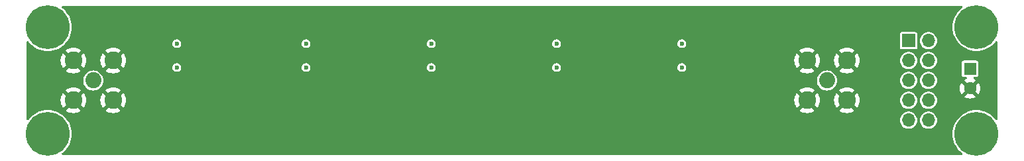
<source format=gbr>
%TF.GenerationSoftware,KiCad,Pcbnew,8.0.1*%
%TF.CreationDate,2024-05-04T10:24:18+02:00*%
%TF.ProjectId,Marconi_2955_Step_Attenuator,4d617263-6f6e-4695-9f32-3935355f5374,rev?*%
%TF.SameCoordinates,Original*%
%TF.FileFunction,Copper,L2,Inr*%
%TF.FilePolarity,Positive*%
%FSLAX46Y46*%
G04 Gerber Fmt 4.6, Leading zero omitted, Abs format (unit mm)*
G04 Created by KiCad (PCBNEW 8.0.1) date 2024-05-04 10:24:18*
%MOMM*%
%LPD*%
G01*
G04 APERTURE LIST*
%TA.AperFunction,ComponentPad*%
%ADD10C,5.600000*%
%TD*%
%TA.AperFunction,ComponentPad*%
%ADD11C,2.250000*%
%TD*%
%TA.AperFunction,ComponentPad*%
%ADD12C,2.050000*%
%TD*%
%TA.AperFunction,ComponentPad*%
%ADD13R,1.600000X1.600000*%
%TD*%
%TA.AperFunction,ComponentPad*%
%ADD14C,1.600000*%
%TD*%
%TA.AperFunction,ComponentPad*%
%ADD15R,1.700000X1.700000*%
%TD*%
%TA.AperFunction,ComponentPad*%
%ADD16O,1.700000X1.700000*%
%TD*%
%TA.AperFunction,ViaPad*%
%ADD17C,0.600000*%
%TD*%
G04 APERTURE END LIST*
D10*
%TO.N,N/C*%
%TO.C,REF\u002A\u002A*%
X105181400Y-34467800D03*
%TD*%
%TO.N,N/C*%
%TO.C,REF\u002A\u002A*%
X105181400Y-48107600D03*
%TD*%
%TO.N,N/C*%
%TO.C,REF\u002A\u002A*%
X223824800Y-48107600D03*
%TD*%
%TO.N,N/C*%
%TO.C,REF\u002A\u002A*%
X223824800Y-34442400D03*
%TD*%
D11*
%TO.N,GND*%
%TO.C,OUT*%
X113538000Y-43820000D03*
X113538000Y-38740000D03*
X108458000Y-43820000D03*
X108458000Y-38740000D03*
D12*
%TO.N,Net-(J1-In)*%
X110998000Y-41280000D03*
%TD*%
D13*
%TO.N,+5V*%
%TO.C,C27*%
X223000000Y-39780000D03*
D14*
%TO.N,GND*%
X223000000Y-42280000D03*
%TD*%
D12*
%TO.N,Net-(J2-In)*%
%TO.C,IN*%
X204724000Y-41280000D03*
D11*
%TO.N,GND*%
X202184000Y-38740000D03*
X202184000Y-43820000D03*
X207264000Y-38740000D03*
X207264000Y-43820000D03*
%TD*%
D15*
%TO.N,unconnected-(J3-Pin_1-Pad1)*%
%TO.C,PM3*%
X215138000Y-36195000D03*
D16*
%TO.N,+5V*%
X217678000Y-36195000D03*
%TO.N,Net-(J3-Pin_3)*%
X215138000Y-38735000D03*
%TO.N,+5V*%
X217678000Y-38735000D03*
%TO.N,unconnected-(J3-Pin_5-Pad5)*%
X215138000Y-41275000D03*
%TO.N,+5V*%
X217678000Y-41275000D03*
%TO.N,Net-(J3-Pin_7)*%
X215138000Y-43815000D03*
%TO.N,unconnected-(J3-Pin_8-Pad8)*%
X217678000Y-43815000D03*
%TO.N,unconnected-(J3-Pin_9-Pad9)*%
X215138000Y-46355000D03*
%TO.N,Net-(J3-Pin_10)*%
X217678000Y-46355000D03*
%TD*%
D17*
%TO.N,GND*%
X126502000Y-46482000D03*
X124724000Y-46482000D03*
X173238000Y-41148000D03*
X184668000Y-39624000D03*
X140980000Y-46482000D03*
X136662000Y-39624000D03*
X175016000Y-46482000D03*
X173238000Y-46482000D03*
X120152000Y-39624000D03*
X122946000Y-46482000D03*
X189494000Y-46482000D03*
X155458000Y-46482000D03*
X152664000Y-39624000D03*
X159014000Y-46482000D03*
X191272000Y-46482000D03*
X171460000Y-46482000D03*
X157236000Y-46482000D03*
X141234000Y-41148000D03*
X139202000Y-46482000D03*
X187716000Y-46482000D03*
X168666000Y-39624000D03*
X157236000Y-41148000D03*
X189240000Y-41148000D03*
X142758000Y-46482000D03*
X124724000Y-41148000D03*
%TO.N,+5V*%
X186192000Y-39624000D03*
X121676000Y-36576000D03*
X138186000Y-39624000D03*
X154188000Y-39624000D03*
X186192000Y-36576000D03*
X170190000Y-36576000D03*
X121676000Y-39624000D03*
X170190000Y-39624000D03*
X138186000Y-36576000D03*
X154188000Y-36576000D03*
%TD*%
%TA.AperFunction,Conductor*%
%TO.N,GND*%
G36*
X221982831Y-31800185D02*
G01*
X222028586Y-31852989D01*
X222038530Y-31922147D01*
X222009505Y-31985703D01*
X221987549Y-32005627D01*
X221962383Y-32023483D01*
X221919840Y-32053669D01*
X221664373Y-32281970D01*
X221664370Y-32281973D01*
X221436069Y-32537440D01*
X221237798Y-32816878D01*
X221072063Y-33116753D01*
X220940946Y-33433299D01*
X220846097Y-33762524D01*
X220846095Y-33762533D01*
X220788705Y-34100306D01*
X220788703Y-34100318D01*
X220769493Y-34442400D01*
X220788703Y-34784481D01*
X220788705Y-34784493D01*
X220846095Y-35122266D01*
X220846097Y-35122275D01*
X220870118Y-35205652D01*
X220940947Y-35451504D01*
X221072064Y-35768048D01*
X221150100Y-35909243D01*
X221237798Y-36067921D01*
X221436069Y-36347359D01*
X221664370Y-36602826D01*
X221664373Y-36602829D01*
X221919840Y-36831130D01*
X221919846Y-36831134D01*
X221919847Y-36831135D01*
X222199279Y-37029402D01*
X222499152Y-37195136D01*
X222815696Y-37326253D01*
X223144930Y-37421104D01*
X223482714Y-37478496D01*
X223824800Y-37497707D01*
X224166886Y-37478496D01*
X224504670Y-37421104D01*
X224833904Y-37326253D01*
X225150448Y-37195136D01*
X225450321Y-37029402D01*
X225729753Y-36831135D01*
X225985228Y-36602828D01*
X226213535Y-36347353D01*
X226274371Y-36261611D01*
X226329218Y-36218329D01*
X226398760Y-36211569D01*
X226460917Y-36243479D01*
X226495955Y-36303929D01*
X226499500Y-36333368D01*
X226499500Y-46216631D01*
X226479815Y-46283670D01*
X226427011Y-46329425D01*
X226357853Y-46339369D01*
X226294297Y-46310344D01*
X226274371Y-46288386D01*
X226213537Y-46202650D01*
X226213531Y-46202642D01*
X225985229Y-45947173D01*
X225985226Y-45947170D01*
X225729759Y-45718869D01*
X225450321Y-45520598D01*
X225322627Y-45450024D01*
X225150448Y-45354864D01*
X224833904Y-45223747D01*
X224749279Y-45199366D01*
X224504675Y-45128897D01*
X224504666Y-45128895D01*
X224166893Y-45071505D01*
X224166881Y-45071503D01*
X223824800Y-45052293D01*
X223482718Y-45071503D01*
X223482706Y-45071505D01*
X223144933Y-45128895D01*
X223144924Y-45128897D01*
X222815699Y-45223746D01*
X222815696Y-45223747D01*
X222741452Y-45254500D01*
X222499153Y-45354863D01*
X222199278Y-45520598D01*
X221919840Y-45718869D01*
X221664373Y-45947170D01*
X221664370Y-45947173D01*
X221436069Y-46202640D01*
X221237798Y-46482078D01*
X221072063Y-46781953D01*
X220940946Y-47098499D01*
X220846097Y-47427724D01*
X220846095Y-47427733D01*
X220788705Y-47765506D01*
X220788703Y-47765518D01*
X220769493Y-48107600D01*
X220788703Y-48449681D01*
X220788704Y-48449686D01*
X220846096Y-48787470D01*
X220940947Y-49116704D01*
X221044908Y-49367687D01*
X221072063Y-49433246D01*
X221237798Y-49733121D01*
X221436069Y-50012559D01*
X221664370Y-50268026D01*
X221664373Y-50268029D01*
X221919842Y-50496331D01*
X221919850Y-50496337D01*
X222001640Y-50554371D01*
X222044924Y-50609218D01*
X222051684Y-50678760D01*
X222019773Y-50740917D01*
X221959324Y-50775955D01*
X221929885Y-50779500D01*
X107076315Y-50779500D01*
X107009276Y-50759815D01*
X106963521Y-50707011D01*
X106953577Y-50637853D01*
X106982602Y-50574297D01*
X107004560Y-50554371D01*
X107047809Y-50523683D01*
X107086353Y-50496335D01*
X107341828Y-50268028D01*
X107570135Y-50012553D01*
X107768402Y-49733121D01*
X107934136Y-49433248D01*
X108065253Y-49116704D01*
X108160104Y-48787470D01*
X108217496Y-48449686D01*
X108236707Y-48107600D01*
X108217496Y-47765514D01*
X108160104Y-47427730D01*
X108065253Y-47098496D01*
X107934136Y-46781952D01*
X107768402Y-46482079D01*
X107678235Y-46355000D01*
X214032785Y-46355000D01*
X214051602Y-46558082D01*
X214107417Y-46754247D01*
X214107422Y-46754260D01*
X214198327Y-46936821D01*
X214321237Y-47099581D01*
X214471958Y-47236980D01*
X214471960Y-47236982D01*
X214571141Y-47298392D01*
X214645363Y-47344348D01*
X214835544Y-47418024D01*
X215036024Y-47455500D01*
X215036026Y-47455500D01*
X215239974Y-47455500D01*
X215239976Y-47455500D01*
X215440456Y-47418024D01*
X215630637Y-47344348D01*
X215804041Y-47236981D01*
X215954764Y-47099579D01*
X216077673Y-46936821D01*
X216168582Y-46754250D01*
X216224397Y-46558083D01*
X216243215Y-46355000D01*
X216572785Y-46355000D01*
X216591602Y-46558082D01*
X216647417Y-46754247D01*
X216647422Y-46754260D01*
X216738327Y-46936821D01*
X216861237Y-47099581D01*
X217011958Y-47236980D01*
X217011960Y-47236982D01*
X217111141Y-47298392D01*
X217185363Y-47344348D01*
X217375544Y-47418024D01*
X217576024Y-47455500D01*
X217576026Y-47455500D01*
X217779974Y-47455500D01*
X217779976Y-47455500D01*
X217980456Y-47418024D01*
X218170637Y-47344348D01*
X218344041Y-47236981D01*
X218494764Y-47099579D01*
X218617673Y-46936821D01*
X218708582Y-46754250D01*
X218764397Y-46558083D01*
X218783215Y-46355000D01*
X218777042Y-46288386D01*
X218764397Y-46151917D01*
X218708582Y-45955750D01*
X218704311Y-45947173D01*
X218664272Y-45866764D01*
X218617673Y-45773179D01*
X218494764Y-45610421D01*
X218494762Y-45610418D01*
X218344041Y-45473019D01*
X218344039Y-45473017D01*
X218170642Y-45365655D01*
X218170635Y-45365651D01*
X218075546Y-45328814D01*
X217980456Y-45291976D01*
X217779976Y-45254500D01*
X217576024Y-45254500D01*
X217375544Y-45291976D01*
X217375541Y-45291976D01*
X217375541Y-45291977D01*
X217185364Y-45365651D01*
X217185357Y-45365655D01*
X217011960Y-45473017D01*
X217011958Y-45473019D01*
X216861237Y-45610418D01*
X216738327Y-45773178D01*
X216647422Y-45955739D01*
X216647417Y-45955752D01*
X216591602Y-46151917D01*
X216572785Y-46354999D01*
X216572785Y-46355000D01*
X216243215Y-46355000D01*
X216237042Y-46288386D01*
X216224397Y-46151917D01*
X216168582Y-45955750D01*
X216164311Y-45947173D01*
X216124272Y-45866764D01*
X216077673Y-45773179D01*
X215954764Y-45610421D01*
X215954762Y-45610418D01*
X215804041Y-45473019D01*
X215804039Y-45473017D01*
X215630642Y-45365655D01*
X215630635Y-45365651D01*
X215535546Y-45328814D01*
X215440456Y-45291976D01*
X215239976Y-45254500D01*
X215036024Y-45254500D01*
X214835544Y-45291976D01*
X214835541Y-45291976D01*
X214835541Y-45291977D01*
X214645364Y-45365651D01*
X214645357Y-45365655D01*
X214471960Y-45473017D01*
X214471958Y-45473019D01*
X214321237Y-45610418D01*
X214198327Y-45773178D01*
X214107422Y-45955739D01*
X214107417Y-45955752D01*
X214051602Y-46151917D01*
X214032785Y-46354999D01*
X214032785Y-46355000D01*
X107678235Y-46355000D01*
X107570135Y-46202647D01*
X107570131Y-46202642D01*
X107570130Y-46202640D01*
X107341829Y-45947173D01*
X107341826Y-45947170D01*
X107086359Y-45718869D01*
X106806921Y-45520598D01*
X106679227Y-45450024D01*
X106507048Y-45354864D01*
X106190504Y-45223747D01*
X106105879Y-45199366D01*
X105861275Y-45128897D01*
X105861266Y-45128895D01*
X105523493Y-45071505D01*
X105523481Y-45071503D01*
X105181400Y-45052293D01*
X104839318Y-45071503D01*
X104839306Y-45071505D01*
X104501533Y-45128895D01*
X104501524Y-45128897D01*
X104172299Y-45223746D01*
X104172296Y-45223747D01*
X104098052Y-45254500D01*
X103855753Y-45354863D01*
X103555878Y-45520598D01*
X103276440Y-45718869D01*
X103020973Y-45947170D01*
X103020970Y-45947173D01*
X102792668Y-46202642D01*
X102792662Y-46202650D01*
X102725629Y-46297124D01*
X102670782Y-46340408D01*
X102601240Y-46347168D01*
X102539083Y-46315257D01*
X102504045Y-46254808D01*
X102500500Y-46225369D01*
X102500500Y-43820000D01*
X106827975Y-43820000D01*
X106848042Y-44074989D01*
X106907752Y-44323702D01*
X107005634Y-44560012D01*
X107005636Y-44560015D01*
X107139277Y-44778098D01*
X107139284Y-44778107D01*
X107142533Y-44781912D01*
X107703884Y-44220560D01*
X107704740Y-44222626D01*
X107797762Y-44361844D01*
X107916156Y-44480238D01*
X108055374Y-44573260D01*
X108057437Y-44574114D01*
X107496087Y-45135465D01*
X107499897Y-45138719D01*
X107717984Y-45272363D01*
X107717987Y-45272365D01*
X107954297Y-45370247D01*
X108203011Y-45429957D01*
X108203010Y-45429957D01*
X108458000Y-45450024D01*
X108712989Y-45429957D01*
X108961702Y-45370247D01*
X109198012Y-45272365D01*
X109198015Y-45272363D01*
X109416095Y-45138724D01*
X109416110Y-45138713D01*
X109419911Y-45135466D01*
X109419911Y-45135464D01*
X108858562Y-44574114D01*
X108860626Y-44573260D01*
X108999844Y-44480238D01*
X109118238Y-44361844D01*
X109211260Y-44222626D01*
X109212114Y-44220561D01*
X109773464Y-44781911D01*
X109773466Y-44781911D01*
X109776713Y-44778110D01*
X109776724Y-44778095D01*
X109910363Y-44560015D01*
X109910365Y-44560012D01*
X110008247Y-44323702D01*
X110067957Y-44074989D01*
X110088024Y-43820000D01*
X111907975Y-43820000D01*
X111928042Y-44074989D01*
X111987752Y-44323702D01*
X112085634Y-44560012D01*
X112085636Y-44560015D01*
X112219277Y-44778098D01*
X112219284Y-44778107D01*
X112222533Y-44781912D01*
X112783884Y-44220560D01*
X112784740Y-44222626D01*
X112877762Y-44361844D01*
X112996156Y-44480238D01*
X113135374Y-44573260D01*
X113137437Y-44574114D01*
X112576087Y-45135465D01*
X112579897Y-45138719D01*
X112797984Y-45272363D01*
X112797987Y-45272365D01*
X113034297Y-45370247D01*
X113283011Y-45429957D01*
X113283010Y-45429957D01*
X113538000Y-45450024D01*
X113792989Y-45429957D01*
X114041702Y-45370247D01*
X114278012Y-45272365D01*
X114278015Y-45272363D01*
X114496095Y-45138724D01*
X114496110Y-45138713D01*
X114499911Y-45135466D01*
X114499911Y-45135464D01*
X113938562Y-44574114D01*
X113940626Y-44573260D01*
X114079844Y-44480238D01*
X114198238Y-44361844D01*
X114291260Y-44222626D01*
X114292114Y-44220561D01*
X114853464Y-44781911D01*
X114853466Y-44781911D01*
X114856713Y-44778110D01*
X114856724Y-44778095D01*
X114990363Y-44560015D01*
X114990365Y-44560012D01*
X115088247Y-44323702D01*
X115147957Y-44074989D01*
X115168024Y-43820000D01*
X200553975Y-43820000D01*
X200574042Y-44074989D01*
X200633752Y-44323702D01*
X200731634Y-44560012D01*
X200731636Y-44560015D01*
X200865277Y-44778098D01*
X200865284Y-44778107D01*
X200868533Y-44781912D01*
X201429884Y-44220560D01*
X201430740Y-44222626D01*
X201523762Y-44361844D01*
X201642156Y-44480238D01*
X201781374Y-44573260D01*
X201783437Y-44574114D01*
X201222087Y-45135465D01*
X201225897Y-45138719D01*
X201443984Y-45272363D01*
X201443987Y-45272365D01*
X201680297Y-45370247D01*
X201929011Y-45429957D01*
X201929010Y-45429957D01*
X202184000Y-45450024D01*
X202438989Y-45429957D01*
X202687702Y-45370247D01*
X202924012Y-45272365D01*
X202924015Y-45272363D01*
X203142095Y-45138724D01*
X203142110Y-45138713D01*
X203145911Y-45135466D01*
X203145911Y-45135464D01*
X202584562Y-44574114D01*
X202586626Y-44573260D01*
X202725844Y-44480238D01*
X202844238Y-44361844D01*
X202937260Y-44222626D01*
X202938114Y-44220562D01*
X203499464Y-44781911D01*
X203499466Y-44781911D01*
X203502713Y-44778110D01*
X203502724Y-44778095D01*
X203636363Y-44560015D01*
X203636365Y-44560012D01*
X203734247Y-44323702D01*
X203793957Y-44074989D01*
X203814024Y-43820000D01*
X205633975Y-43820000D01*
X205654042Y-44074989D01*
X205713752Y-44323702D01*
X205811634Y-44560012D01*
X205811636Y-44560015D01*
X205945277Y-44778098D01*
X205945284Y-44778107D01*
X205948533Y-44781912D01*
X206509884Y-44220560D01*
X206510740Y-44222626D01*
X206603762Y-44361844D01*
X206722156Y-44480238D01*
X206861374Y-44573260D01*
X206863437Y-44574114D01*
X206302087Y-45135465D01*
X206305897Y-45138719D01*
X206523984Y-45272363D01*
X206523987Y-45272365D01*
X206760297Y-45370247D01*
X207009011Y-45429957D01*
X207009010Y-45429957D01*
X207264000Y-45450024D01*
X207518989Y-45429957D01*
X207767702Y-45370247D01*
X208004012Y-45272365D01*
X208004015Y-45272363D01*
X208222095Y-45138724D01*
X208222110Y-45138713D01*
X208225911Y-45135466D01*
X208225911Y-45135464D01*
X207664562Y-44574114D01*
X207666626Y-44573260D01*
X207805844Y-44480238D01*
X207924238Y-44361844D01*
X208017260Y-44222626D01*
X208018114Y-44220562D01*
X208579464Y-44781911D01*
X208579466Y-44781911D01*
X208582713Y-44778110D01*
X208582724Y-44778095D01*
X208716363Y-44560015D01*
X208716365Y-44560012D01*
X208814247Y-44323702D01*
X208873957Y-44074989D01*
X208894024Y-43820000D01*
X208893631Y-43815000D01*
X214032785Y-43815000D01*
X214051602Y-44018082D01*
X214107417Y-44214247D01*
X214107422Y-44214260D01*
X214198327Y-44396821D01*
X214321237Y-44559581D01*
X214471958Y-44696980D01*
X214471960Y-44696982D01*
X214571141Y-44758392D01*
X214645363Y-44804348D01*
X214835544Y-44878024D01*
X215036024Y-44915500D01*
X215036026Y-44915500D01*
X215239974Y-44915500D01*
X215239976Y-44915500D01*
X215440456Y-44878024D01*
X215630637Y-44804348D01*
X215804041Y-44696981D01*
X215954764Y-44559579D01*
X216077673Y-44396821D01*
X216168582Y-44214250D01*
X216224397Y-44018083D01*
X216243215Y-43815000D01*
X216572785Y-43815000D01*
X216591602Y-44018082D01*
X216647417Y-44214247D01*
X216647422Y-44214260D01*
X216738327Y-44396821D01*
X216861237Y-44559581D01*
X217011958Y-44696980D01*
X217011960Y-44696982D01*
X217111141Y-44758392D01*
X217185363Y-44804348D01*
X217375544Y-44878024D01*
X217576024Y-44915500D01*
X217576026Y-44915500D01*
X217779974Y-44915500D01*
X217779976Y-44915500D01*
X217980456Y-44878024D01*
X218170637Y-44804348D01*
X218344041Y-44696981D01*
X218494764Y-44559579D01*
X218617673Y-44396821D01*
X218708582Y-44214250D01*
X218764397Y-44018083D01*
X218783215Y-43815000D01*
X218764397Y-43611917D01*
X218708582Y-43415750D01*
X218680336Y-43359025D01*
X218659061Y-43316297D01*
X218617673Y-43233179D01*
X218494764Y-43070421D01*
X218494762Y-43070418D01*
X218344041Y-42933019D01*
X218344039Y-42933017D01*
X218170642Y-42825655D01*
X218170635Y-42825651D01*
X218075546Y-42788814D01*
X217980456Y-42751976D01*
X217779976Y-42714500D01*
X217576024Y-42714500D01*
X217375544Y-42751976D01*
X217375541Y-42751976D01*
X217375541Y-42751977D01*
X217185364Y-42825651D01*
X217185357Y-42825655D01*
X217011960Y-42933017D01*
X217011958Y-42933019D01*
X216861237Y-43070418D01*
X216738327Y-43233178D01*
X216647422Y-43415739D01*
X216647417Y-43415752D01*
X216591602Y-43611917D01*
X216572785Y-43814999D01*
X216572785Y-43815000D01*
X216243215Y-43815000D01*
X216224397Y-43611917D01*
X216168582Y-43415750D01*
X216140336Y-43359025D01*
X216119061Y-43316297D01*
X216077673Y-43233179D01*
X215954764Y-43070421D01*
X215954762Y-43070418D01*
X215804041Y-42933019D01*
X215804039Y-42933017D01*
X215630642Y-42825655D01*
X215630635Y-42825651D01*
X215535546Y-42788814D01*
X215440456Y-42751976D01*
X215239976Y-42714500D01*
X215036024Y-42714500D01*
X214835544Y-42751976D01*
X214835541Y-42751976D01*
X214835541Y-42751977D01*
X214645364Y-42825651D01*
X214645357Y-42825655D01*
X214471960Y-42933017D01*
X214471958Y-42933019D01*
X214321237Y-43070418D01*
X214198327Y-43233178D01*
X214107422Y-43415739D01*
X214107417Y-43415752D01*
X214051602Y-43611917D01*
X214032785Y-43814999D01*
X214032785Y-43815000D01*
X208893631Y-43815000D01*
X208873957Y-43565010D01*
X208814247Y-43316297D01*
X208716365Y-43079987D01*
X208716363Y-43079984D01*
X208582719Y-42861897D01*
X208579465Y-42858087D01*
X208018114Y-43419437D01*
X208017260Y-43417374D01*
X207924238Y-43278156D01*
X207805844Y-43159762D01*
X207666626Y-43066740D01*
X207664561Y-43065884D01*
X208225912Y-42504533D01*
X208222107Y-42501284D01*
X208222096Y-42501276D01*
X208004015Y-42367636D01*
X208004012Y-42367634D01*
X207767702Y-42269752D01*
X207518988Y-42210042D01*
X207518989Y-42210042D01*
X207264000Y-42189975D01*
X207009010Y-42210042D01*
X206760297Y-42269752D01*
X206523987Y-42367634D01*
X206523984Y-42367636D01*
X206305893Y-42501282D01*
X206302086Y-42504532D01*
X206863438Y-43065884D01*
X206861374Y-43066740D01*
X206722156Y-43159762D01*
X206603762Y-43278156D01*
X206510740Y-43417374D01*
X206509884Y-43419438D01*
X205948532Y-42858086D01*
X205945282Y-42861893D01*
X205811636Y-43079984D01*
X205811634Y-43079987D01*
X205713752Y-43316297D01*
X205654042Y-43565010D01*
X205633975Y-43820000D01*
X203814024Y-43820000D01*
X203793957Y-43565010D01*
X203734247Y-43316297D01*
X203636365Y-43079987D01*
X203636363Y-43079984D01*
X203502719Y-42861897D01*
X203499465Y-42858087D01*
X202938114Y-43419437D01*
X202937260Y-43417374D01*
X202844238Y-43278156D01*
X202725844Y-43159762D01*
X202586626Y-43066740D01*
X202584561Y-43065884D01*
X203145912Y-42504533D01*
X203142107Y-42501284D01*
X203142096Y-42501276D01*
X202924015Y-42367636D01*
X202924012Y-42367634D01*
X202687702Y-42269752D01*
X202438988Y-42210042D01*
X202438989Y-42210042D01*
X202184000Y-42189975D01*
X201929010Y-42210042D01*
X201680297Y-42269752D01*
X201443987Y-42367634D01*
X201443984Y-42367636D01*
X201225893Y-42501282D01*
X201222086Y-42504532D01*
X201783438Y-43065884D01*
X201781374Y-43066740D01*
X201642156Y-43159762D01*
X201523762Y-43278156D01*
X201430740Y-43417374D01*
X201429884Y-43419438D01*
X200868532Y-42858086D01*
X200865282Y-42861893D01*
X200731636Y-43079984D01*
X200731634Y-43079987D01*
X200633752Y-43316297D01*
X200574042Y-43565010D01*
X200553975Y-43820000D01*
X115168024Y-43820000D01*
X115147957Y-43565010D01*
X115088247Y-43316297D01*
X114990365Y-43079987D01*
X114990363Y-43079984D01*
X114856719Y-42861897D01*
X114853465Y-42858087D01*
X114292114Y-43419437D01*
X114291260Y-43417374D01*
X114198238Y-43278156D01*
X114079844Y-43159762D01*
X113940626Y-43066740D01*
X113938561Y-43065884D01*
X114499912Y-42504533D01*
X114496107Y-42501284D01*
X114496096Y-42501276D01*
X114278015Y-42367636D01*
X114278012Y-42367634D01*
X114041702Y-42269752D01*
X113792988Y-42210042D01*
X113792989Y-42210042D01*
X113538000Y-42189975D01*
X113283010Y-42210042D01*
X113034297Y-42269752D01*
X112797987Y-42367634D01*
X112797984Y-42367636D01*
X112579893Y-42501282D01*
X112576086Y-42504532D01*
X113137438Y-43065884D01*
X113135374Y-43066740D01*
X112996156Y-43159762D01*
X112877762Y-43278156D01*
X112784740Y-43417374D01*
X112783884Y-43419438D01*
X112222532Y-42858086D01*
X112219282Y-42861893D01*
X112085636Y-43079984D01*
X112085634Y-43079987D01*
X111987752Y-43316297D01*
X111928042Y-43565010D01*
X111907975Y-43820000D01*
X110088024Y-43820000D01*
X110067957Y-43565010D01*
X110008247Y-43316297D01*
X109910365Y-43079987D01*
X109910363Y-43079984D01*
X109776719Y-42861897D01*
X109773465Y-42858087D01*
X109212114Y-43419437D01*
X109211260Y-43417374D01*
X109118238Y-43278156D01*
X108999844Y-43159762D01*
X108860626Y-43066740D01*
X108858561Y-43065884D01*
X109419912Y-42504533D01*
X109416107Y-42501284D01*
X109416096Y-42501276D01*
X109198015Y-42367636D01*
X109198012Y-42367634D01*
X108961702Y-42269752D01*
X108712988Y-42210042D01*
X108712989Y-42210042D01*
X108458000Y-42189975D01*
X108203010Y-42210042D01*
X107954297Y-42269752D01*
X107717987Y-42367634D01*
X107717984Y-42367636D01*
X107499893Y-42501282D01*
X107496086Y-42504532D01*
X108057438Y-43065884D01*
X108055374Y-43066740D01*
X107916156Y-43159762D01*
X107797762Y-43278156D01*
X107704740Y-43417374D01*
X107703884Y-43419438D01*
X107142532Y-42858086D01*
X107139282Y-42861893D01*
X107005636Y-43079984D01*
X107005634Y-43079987D01*
X106907752Y-43316297D01*
X106848042Y-43565010D01*
X106827975Y-43820000D01*
X102500500Y-43820000D01*
X102500500Y-41280000D01*
X109717628Y-41280000D01*
X109737079Y-41502329D01*
X109737081Y-41502339D01*
X109794841Y-41717905D01*
X109794843Y-41717909D01*
X109794844Y-41717913D01*
X109889165Y-41920186D01*
X110017178Y-42103007D01*
X110174993Y-42260822D01*
X110357814Y-42388835D01*
X110560087Y-42483156D01*
X110775666Y-42540920D01*
X110953533Y-42556481D01*
X110997999Y-42560372D01*
X110998000Y-42560372D01*
X110998001Y-42560372D01*
X111035055Y-42557130D01*
X111220334Y-42540920D01*
X111435913Y-42483156D01*
X111638186Y-42388835D01*
X111821007Y-42260822D01*
X111978822Y-42103007D01*
X112106835Y-41920186D01*
X112201156Y-41717913D01*
X112258920Y-41502334D01*
X112278372Y-41280000D01*
X203443628Y-41280000D01*
X203463079Y-41502329D01*
X203463081Y-41502339D01*
X203520841Y-41717905D01*
X203520843Y-41717909D01*
X203520844Y-41717913D01*
X203615165Y-41920186D01*
X203743178Y-42103007D01*
X203900993Y-42260822D01*
X204083814Y-42388835D01*
X204286087Y-42483156D01*
X204501666Y-42540920D01*
X204679533Y-42556481D01*
X204723999Y-42560372D01*
X204724000Y-42560372D01*
X204724001Y-42560372D01*
X204761055Y-42557130D01*
X204946334Y-42540920D01*
X205161913Y-42483156D01*
X205364186Y-42388835D01*
X205547007Y-42260822D01*
X205704822Y-42103007D01*
X205832835Y-41920186D01*
X205927156Y-41717913D01*
X205984920Y-41502334D01*
X206004372Y-41280000D01*
X206003934Y-41275000D01*
X214032785Y-41275000D01*
X214051602Y-41478082D01*
X214107417Y-41674247D01*
X214107422Y-41674260D01*
X214198327Y-41856821D01*
X214321237Y-42019581D01*
X214471958Y-42156980D01*
X214471960Y-42156982D01*
X214525246Y-42189975D01*
X214645363Y-42264348D01*
X214835544Y-42338024D01*
X215036024Y-42375500D01*
X215036026Y-42375500D01*
X215239974Y-42375500D01*
X215239976Y-42375500D01*
X215440456Y-42338024D01*
X215630637Y-42264348D01*
X215804041Y-42156981D01*
X215954764Y-42019579D01*
X216077673Y-41856821D01*
X216168582Y-41674250D01*
X216224397Y-41478083D01*
X216243215Y-41275000D01*
X216572785Y-41275000D01*
X216591602Y-41478082D01*
X216647417Y-41674247D01*
X216647422Y-41674260D01*
X216738327Y-41856821D01*
X216861237Y-42019581D01*
X217011958Y-42156980D01*
X217011960Y-42156982D01*
X217065246Y-42189975D01*
X217185363Y-42264348D01*
X217375544Y-42338024D01*
X217576024Y-42375500D01*
X217576026Y-42375500D01*
X217779974Y-42375500D01*
X217779976Y-42375500D01*
X217980456Y-42338024D01*
X218130229Y-42280002D01*
X221695034Y-42280002D01*
X221714858Y-42506599D01*
X221714860Y-42506610D01*
X221773730Y-42726317D01*
X221773735Y-42726331D01*
X221869863Y-42932478D01*
X221920974Y-43005472D01*
X222600000Y-42326446D01*
X222600000Y-42332661D01*
X222627259Y-42434394D01*
X222679920Y-42525606D01*
X222754394Y-42600080D01*
X222845606Y-42652741D01*
X222947339Y-42680000D01*
X222953553Y-42680000D01*
X222274526Y-43359025D01*
X222347513Y-43410132D01*
X222347521Y-43410136D01*
X222553668Y-43506264D01*
X222553682Y-43506269D01*
X222773389Y-43565139D01*
X222773400Y-43565141D01*
X222999998Y-43584966D01*
X223000002Y-43584966D01*
X223226599Y-43565141D01*
X223226610Y-43565139D01*
X223446317Y-43506269D01*
X223446331Y-43506264D01*
X223652478Y-43410136D01*
X223725471Y-43359024D01*
X223046447Y-42680000D01*
X223052661Y-42680000D01*
X223154394Y-42652741D01*
X223245606Y-42600080D01*
X223320080Y-42525606D01*
X223372741Y-42434394D01*
X223400000Y-42332661D01*
X223400000Y-42326447D01*
X224079024Y-43005471D01*
X224130136Y-42932478D01*
X224226264Y-42726331D01*
X224226269Y-42726317D01*
X224285139Y-42506610D01*
X224285141Y-42506599D01*
X224304966Y-42280002D01*
X224304966Y-42279997D01*
X224285141Y-42053400D01*
X224285139Y-42053389D01*
X224226269Y-41833682D01*
X224226264Y-41833668D01*
X224130136Y-41627521D01*
X224130132Y-41627513D01*
X224079025Y-41554526D01*
X223400000Y-42233551D01*
X223400000Y-42227339D01*
X223372741Y-42125606D01*
X223320080Y-42034394D01*
X223245606Y-41959920D01*
X223154394Y-41907259D01*
X223052661Y-41880000D01*
X223046448Y-41880000D01*
X223725472Y-41200974D01*
X223652480Y-41149864D01*
X223474523Y-41066882D01*
X223422084Y-41020710D01*
X223402932Y-40953516D01*
X223423148Y-40886635D01*
X223476313Y-40841301D01*
X223526928Y-40830500D01*
X223824676Y-40830500D01*
X223824677Y-40830499D01*
X223897740Y-40815966D01*
X223980601Y-40760601D01*
X224035966Y-40677740D01*
X224050500Y-40604674D01*
X224050500Y-38955326D01*
X224050500Y-38955323D01*
X224050499Y-38955321D01*
X224035967Y-38882264D01*
X224035966Y-38882260D01*
X223980601Y-38799399D01*
X223897740Y-38744034D01*
X223897739Y-38744033D01*
X223897735Y-38744032D01*
X223824677Y-38729500D01*
X223824674Y-38729500D01*
X222175326Y-38729500D01*
X222175323Y-38729500D01*
X222102264Y-38744032D01*
X222102260Y-38744033D01*
X222019399Y-38799399D01*
X221964033Y-38882260D01*
X221964032Y-38882264D01*
X221949500Y-38955321D01*
X221949500Y-40604678D01*
X221964032Y-40677735D01*
X221964033Y-40677739D01*
X221964034Y-40677740D01*
X222019399Y-40760601D01*
X222102260Y-40815966D01*
X222102264Y-40815967D01*
X222175321Y-40830499D01*
X222175324Y-40830500D01*
X222473072Y-40830500D01*
X222540111Y-40850185D01*
X222585866Y-40902989D01*
X222595810Y-40972147D01*
X222566785Y-41035703D01*
X222525477Y-41066882D01*
X222347516Y-41149866D01*
X222347512Y-41149868D01*
X222274526Y-41200973D01*
X222274526Y-41200974D01*
X222953553Y-41880000D01*
X222947339Y-41880000D01*
X222845606Y-41907259D01*
X222754394Y-41959920D01*
X222679920Y-42034394D01*
X222627259Y-42125606D01*
X222600000Y-42227339D01*
X222600000Y-42233552D01*
X221920974Y-41554526D01*
X221920973Y-41554526D01*
X221869868Y-41627512D01*
X221869866Y-41627516D01*
X221773734Y-41833673D01*
X221773730Y-41833682D01*
X221714860Y-42053389D01*
X221714858Y-42053400D01*
X221695034Y-42279997D01*
X221695034Y-42280002D01*
X218130229Y-42280002D01*
X218170637Y-42264348D01*
X218344041Y-42156981D01*
X218494764Y-42019579D01*
X218617673Y-41856821D01*
X218708582Y-41674250D01*
X218764397Y-41478083D01*
X218783215Y-41275000D01*
X218764397Y-41071917D01*
X218708582Y-40875750D01*
X218695852Y-40850185D01*
X218651244Y-40760600D01*
X218617673Y-40693179D01*
X218494764Y-40530421D01*
X218494762Y-40530418D01*
X218344041Y-40393019D01*
X218344039Y-40393017D01*
X218170642Y-40285655D01*
X218170635Y-40285651D01*
X218075546Y-40248814D01*
X217980456Y-40211976D01*
X217779976Y-40174500D01*
X217576024Y-40174500D01*
X217375544Y-40211976D01*
X217375541Y-40211976D01*
X217375541Y-40211977D01*
X217185364Y-40285651D01*
X217185357Y-40285655D01*
X217011960Y-40393017D01*
X217011958Y-40393019D01*
X216861237Y-40530418D01*
X216738327Y-40693178D01*
X216647422Y-40875739D01*
X216647417Y-40875752D01*
X216591602Y-41071917D01*
X216572785Y-41274999D01*
X216572785Y-41275000D01*
X216243215Y-41275000D01*
X216224397Y-41071917D01*
X216168582Y-40875750D01*
X216155852Y-40850185D01*
X216111244Y-40760600D01*
X216077673Y-40693179D01*
X215954764Y-40530421D01*
X215954762Y-40530418D01*
X215804041Y-40393019D01*
X215804039Y-40393017D01*
X215630642Y-40285655D01*
X215630635Y-40285651D01*
X215535546Y-40248814D01*
X215440456Y-40211976D01*
X215239976Y-40174500D01*
X215036024Y-40174500D01*
X214835544Y-40211976D01*
X214835541Y-40211976D01*
X214835541Y-40211977D01*
X214645364Y-40285651D01*
X214645357Y-40285655D01*
X214471960Y-40393017D01*
X214471958Y-40393019D01*
X214321237Y-40530418D01*
X214198327Y-40693178D01*
X214107422Y-40875739D01*
X214107417Y-40875752D01*
X214051602Y-41071917D01*
X214032785Y-41274999D01*
X214032785Y-41275000D01*
X206003934Y-41275000D01*
X206003934Y-41274999D01*
X205992987Y-41149868D01*
X205984920Y-41057666D01*
X205939093Y-40886635D01*
X205927158Y-40842094D01*
X205927157Y-40842093D01*
X205927156Y-40842087D01*
X205832835Y-40639814D01*
X205704822Y-40456993D01*
X205547007Y-40299178D01*
X205364186Y-40171165D01*
X205161913Y-40076844D01*
X205161909Y-40076843D01*
X205161905Y-40076841D01*
X204946339Y-40019081D01*
X204946329Y-40019079D01*
X204724001Y-39999628D01*
X204723999Y-39999628D01*
X204501670Y-40019079D01*
X204501660Y-40019081D01*
X204286094Y-40076841D01*
X204286087Y-40076843D01*
X204286087Y-40076844D01*
X204083814Y-40171165D01*
X203900993Y-40299178D01*
X203900991Y-40299179D01*
X203900988Y-40299182D01*
X203743182Y-40456988D01*
X203615165Y-40639814D01*
X203520845Y-40842085D01*
X203520841Y-40842094D01*
X203463081Y-41057660D01*
X203463079Y-41057670D01*
X203443628Y-41279999D01*
X203443628Y-41280000D01*
X112278372Y-41280000D01*
X112277934Y-41274999D01*
X112266987Y-41149868D01*
X112258920Y-41057666D01*
X112213093Y-40886635D01*
X112201158Y-40842094D01*
X112201157Y-40842093D01*
X112201156Y-40842087D01*
X112106835Y-40639814D01*
X111978822Y-40456993D01*
X111821007Y-40299178D01*
X111638186Y-40171165D01*
X111435913Y-40076844D01*
X111435909Y-40076843D01*
X111435905Y-40076841D01*
X111220339Y-40019081D01*
X111220329Y-40019079D01*
X110998001Y-39999628D01*
X110997999Y-39999628D01*
X110775670Y-40019079D01*
X110775660Y-40019081D01*
X110560094Y-40076841D01*
X110560087Y-40076843D01*
X110560087Y-40076844D01*
X110357814Y-40171165D01*
X110174993Y-40299178D01*
X110174991Y-40299179D01*
X110174988Y-40299182D01*
X110017182Y-40456988D01*
X109889165Y-40639814D01*
X109794845Y-40842085D01*
X109794841Y-40842094D01*
X109737081Y-41057660D01*
X109737079Y-41057670D01*
X109717628Y-41279999D01*
X109717628Y-41280000D01*
X102500500Y-41280000D01*
X102500500Y-38740000D01*
X106827975Y-38740000D01*
X106848042Y-38994989D01*
X106907752Y-39243702D01*
X107005634Y-39480012D01*
X107005636Y-39480015D01*
X107139277Y-39698098D01*
X107139284Y-39698107D01*
X107142533Y-39701912D01*
X107703884Y-39140560D01*
X107704740Y-39142626D01*
X107797762Y-39281844D01*
X107916156Y-39400238D01*
X108055374Y-39493260D01*
X108057437Y-39494114D01*
X107496087Y-40055465D01*
X107499897Y-40058719D01*
X107717984Y-40192363D01*
X107717987Y-40192365D01*
X107954297Y-40290247D01*
X108203011Y-40349957D01*
X108203010Y-40349957D01*
X108458000Y-40370024D01*
X108712989Y-40349957D01*
X108961702Y-40290247D01*
X109198012Y-40192365D01*
X109198015Y-40192363D01*
X109416095Y-40058724D01*
X109416110Y-40058713D01*
X109419911Y-40055466D01*
X109419911Y-40055464D01*
X108858562Y-39494114D01*
X108860626Y-39493260D01*
X108999844Y-39400238D01*
X109118238Y-39281844D01*
X109211260Y-39142626D01*
X109212114Y-39140561D01*
X109773464Y-39701911D01*
X109773466Y-39701911D01*
X109776713Y-39698110D01*
X109776724Y-39698095D01*
X109910363Y-39480015D01*
X109910365Y-39480012D01*
X110008247Y-39243702D01*
X110067957Y-38994989D01*
X110088024Y-38740000D01*
X111907975Y-38740000D01*
X111928042Y-38994989D01*
X111987752Y-39243702D01*
X112085634Y-39480012D01*
X112085636Y-39480015D01*
X112219277Y-39698098D01*
X112219284Y-39698107D01*
X112222533Y-39701912D01*
X112783884Y-39140560D01*
X112784740Y-39142626D01*
X112877762Y-39281844D01*
X112996156Y-39400238D01*
X113135374Y-39493260D01*
X113137437Y-39494114D01*
X112576087Y-40055465D01*
X112579897Y-40058719D01*
X112797984Y-40192363D01*
X112797987Y-40192365D01*
X113034297Y-40290247D01*
X113283011Y-40349957D01*
X113283010Y-40349957D01*
X113538000Y-40370024D01*
X113792989Y-40349957D01*
X114041702Y-40290247D01*
X114278012Y-40192365D01*
X114278015Y-40192363D01*
X114496095Y-40058724D01*
X114496110Y-40058713D01*
X114499911Y-40055466D01*
X114499911Y-40055464D01*
X113938562Y-39494114D01*
X113940626Y-39493260D01*
X114079844Y-39400238D01*
X114198238Y-39281844D01*
X114291260Y-39142626D01*
X114292114Y-39140561D01*
X114853464Y-39701911D01*
X114853466Y-39701911D01*
X114856713Y-39698110D01*
X114856724Y-39698095D01*
X114902129Y-39624000D01*
X121120750Y-39624000D01*
X121131007Y-39701912D01*
X121139670Y-39767708D01*
X121139671Y-39767712D01*
X121195137Y-39901622D01*
X121195138Y-39901624D01*
X121195139Y-39901625D01*
X121283379Y-40016621D01*
X121398375Y-40104861D01*
X121532291Y-40160330D01*
X121659280Y-40177048D01*
X121675999Y-40179250D01*
X121676000Y-40179250D01*
X121676001Y-40179250D01*
X121690977Y-40177278D01*
X121819709Y-40160330D01*
X121953625Y-40104861D01*
X122068621Y-40016621D01*
X122156861Y-39901625D01*
X122212330Y-39767709D01*
X122231250Y-39624000D01*
X137630750Y-39624000D01*
X137641007Y-39701912D01*
X137649670Y-39767708D01*
X137649671Y-39767712D01*
X137705137Y-39901622D01*
X137705138Y-39901624D01*
X137705139Y-39901625D01*
X137793379Y-40016621D01*
X137908375Y-40104861D01*
X138042291Y-40160330D01*
X138169280Y-40177048D01*
X138185999Y-40179250D01*
X138186000Y-40179250D01*
X138186001Y-40179250D01*
X138200977Y-40177278D01*
X138329709Y-40160330D01*
X138463625Y-40104861D01*
X138578621Y-40016621D01*
X138666861Y-39901625D01*
X138722330Y-39767709D01*
X138741250Y-39624000D01*
X153632750Y-39624000D01*
X153643007Y-39701912D01*
X153651670Y-39767708D01*
X153651671Y-39767712D01*
X153707137Y-39901622D01*
X153707138Y-39901624D01*
X153707139Y-39901625D01*
X153795379Y-40016621D01*
X153910375Y-40104861D01*
X154044291Y-40160330D01*
X154171280Y-40177048D01*
X154187999Y-40179250D01*
X154188000Y-40179250D01*
X154188001Y-40179250D01*
X154202977Y-40177278D01*
X154331709Y-40160330D01*
X154465625Y-40104861D01*
X154580621Y-40016621D01*
X154668861Y-39901625D01*
X154724330Y-39767709D01*
X154743250Y-39624000D01*
X169634750Y-39624000D01*
X169645007Y-39701912D01*
X169653670Y-39767708D01*
X169653671Y-39767712D01*
X169709137Y-39901622D01*
X169709138Y-39901624D01*
X169709139Y-39901625D01*
X169797379Y-40016621D01*
X169912375Y-40104861D01*
X170046291Y-40160330D01*
X170173280Y-40177048D01*
X170189999Y-40179250D01*
X170190000Y-40179250D01*
X170190001Y-40179250D01*
X170204977Y-40177278D01*
X170333709Y-40160330D01*
X170467625Y-40104861D01*
X170582621Y-40016621D01*
X170670861Y-39901625D01*
X170726330Y-39767709D01*
X170745250Y-39624000D01*
X185636750Y-39624000D01*
X185647007Y-39701912D01*
X185655670Y-39767708D01*
X185655671Y-39767712D01*
X185711137Y-39901622D01*
X185711138Y-39901624D01*
X185711139Y-39901625D01*
X185799379Y-40016621D01*
X185914375Y-40104861D01*
X186048291Y-40160330D01*
X186175280Y-40177048D01*
X186191999Y-40179250D01*
X186192000Y-40179250D01*
X186192001Y-40179250D01*
X186206977Y-40177278D01*
X186335709Y-40160330D01*
X186469625Y-40104861D01*
X186584621Y-40016621D01*
X186672861Y-39901625D01*
X186728330Y-39767709D01*
X186747250Y-39624000D01*
X186728330Y-39480291D01*
X186672861Y-39346375D01*
X186584621Y-39231379D01*
X186469625Y-39143139D01*
X186469624Y-39143138D01*
X186469622Y-39143137D01*
X186335712Y-39087671D01*
X186335710Y-39087670D01*
X186335709Y-39087670D01*
X186263854Y-39078210D01*
X186192001Y-39068750D01*
X186191999Y-39068750D01*
X186048291Y-39087670D01*
X186048287Y-39087671D01*
X185914377Y-39143137D01*
X185799379Y-39231379D01*
X185711137Y-39346377D01*
X185655671Y-39480287D01*
X185655670Y-39480291D01*
X185636750Y-39624000D01*
X170745250Y-39624000D01*
X170726330Y-39480291D01*
X170670861Y-39346375D01*
X170582621Y-39231379D01*
X170467625Y-39143139D01*
X170467624Y-39143138D01*
X170467622Y-39143137D01*
X170333712Y-39087671D01*
X170333710Y-39087670D01*
X170333709Y-39087670D01*
X170261854Y-39078210D01*
X170190001Y-39068750D01*
X170189999Y-39068750D01*
X170046291Y-39087670D01*
X170046287Y-39087671D01*
X169912377Y-39143137D01*
X169797379Y-39231379D01*
X169709137Y-39346377D01*
X169653671Y-39480287D01*
X169653670Y-39480291D01*
X169634750Y-39624000D01*
X154743250Y-39624000D01*
X154724330Y-39480291D01*
X154668861Y-39346375D01*
X154580621Y-39231379D01*
X154465625Y-39143139D01*
X154465624Y-39143138D01*
X154465622Y-39143137D01*
X154331712Y-39087671D01*
X154331710Y-39087670D01*
X154331709Y-39087670D01*
X154259854Y-39078210D01*
X154188001Y-39068750D01*
X154187999Y-39068750D01*
X154044291Y-39087670D01*
X154044287Y-39087671D01*
X153910377Y-39143137D01*
X153795379Y-39231379D01*
X153707137Y-39346377D01*
X153651671Y-39480287D01*
X153651670Y-39480291D01*
X153632750Y-39624000D01*
X138741250Y-39624000D01*
X138722330Y-39480291D01*
X138666861Y-39346375D01*
X138578621Y-39231379D01*
X138463625Y-39143139D01*
X138463624Y-39143138D01*
X138463622Y-39143137D01*
X138329712Y-39087671D01*
X138329710Y-39087670D01*
X138329709Y-39087670D01*
X138257854Y-39078210D01*
X138186001Y-39068750D01*
X138185999Y-39068750D01*
X138042291Y-39087670D01*
X138042287Y-39087671D01*
X137908377Y-39143137D01*
X137793379Y-39231379D01*
X137705137Y-39346377D01*
X137649671Y-39480287D01*
X137649670Y-39480291D01*
X137630750Y-39624000D01*
X122231250Y-39624000D01*
X122212330Y-39480291D01*
X122156861Y-39346375D01*
X122068621Y-39231379D01*
X121953625Y-39143139D01*
X121953624Y-39143138D01*
X121953622Y-39143137D01*
X121819712Y-39087671D01*
X121819710Y-39087670D01*
X121819709Y-39087670D01*
X121747854Y-39078210D01*
X121676001Y-39068750D01*
X121675999Y-39068750D01*
X121532291Y-39087670D01*
X121532287Y-39087671D01*
X121398377Y-39143137D01*
X121283379Y-39231379D01*
X121195137Y-39346377D01*
X121139671Y-39480287D01*
X121139670Y-39480291D01*
X121120750Y-39624000D01*
X114902129Y-39624000D01*
X114990363Y-39480015D01*
X114990365Y-39480012D01*
X115088247Y-39243702D01*
X115147957Y-38994989D01*
X115168024Y-38740000D01*
X200553975Y-38740000D01*
X200574042Y-38994989D01*
X200633752Y-39243702D01*
X200731634Y-39480012D01*
X200731636Y-39480015D01*
X200865277Y-39698098D01*
X200865284Y-39698107D01*
X200868533Y-39701912D01*
X201429884Y-39140560D01*
X201430740Y-39142626D01*
X201523762Y-39281844D01*
X201642156Y-39400238D01*
X201781374Y-39493260D01*
X201783437Y-39494114D01*
X201222087Y-40055465D01*
X201225897Y-40058719D01*
X201443984Y-40192363D01*
X201443987Y-40192365D01*
X201680297Y-40290247D01*
X201929011Y-40349957D01*
X201929010Y-40349957D01*
X202184000Y-40370024D01*
X202438989Y-40349957D01*
X202687702Y-40290247D01*
X202924012Y-40192365D01*
X202924015Y-40192363D01*
X203142095Y-40058724D01*
X203142110Y-40058713D01*
X203145911Y-40055466D01*
X203145911Y-40055464D01*
X202584562Y-39494114D01*
X202586626Y-39493260D01*
X202725844Y-39400238D01*
X202844238Y-39281844D01*
X202937260Y-39142626D01*
X202938114Y-39140562D01*
X203499464Y-39701911D01*
X203499466Y-39701911D01*
X203502713Y-39698110D01*
X203502724Y-39698095D01*
X203636363Y-39480015D01*
X203636365Y-39480012D01*
X203734247Y-39243702D01*
X203793957Y-38994989D01*
X203814024Y-38740000D01*
X205633975Y-38740000D01*
X205654042Y-38994989D01*
X205713752Y-39243702D01*
X205811634Y-39480012D01*
X205811636Y-39480015D01*
X205945277Y-39698098D01*
X205945284Y-39698107D01*
X205948533Y-39701912D01*
X206509884Y-39140560D01*
X206510740Y-39142626D01*
X206603762Y-39281844D01*
X206722156Y-39400238D01*
X206861374Y-39493260D01*
X206863437Y-39494114D01*
X206302087Y-40055465D01*
X206305897Y-40058719D01*
X206523984Y-40192363D01*
X206523987Y-40192365D01*
X206760297Y-40290247D01*
X207009011Y-40349957D01*
X207009010Y-40349957D01*
X207264000Y-40370024D01*
X207518989Y-40349957D01*
X207767702Y-40290247D01*
X208004012Y-40192365D01*
X208004015Y-40192363D01*
X208222095Y-40058724D01*
X208222110Y-40058713D01*
X208225911Y-40055466D01*
X208225911Y-40055464D01*
X207664562Y-39494114D01*
X207666626Y-39493260D01*
X207805844Y-39400238D01*
X207924238Y-39281844D01*
X208017260Y-39142626D01*
X208018114Y-39140562D01*
X208579464Y-39701911D01*
X208579466Y-39701911D01*
X208582713Y-39698110D01*
X208582724Y-39698095D01*
X208716363Y-39480015D01*
X208716365Y-39480012D01*
X208814247Y-39243702D01*
X208873957Y-38994989D01*
X208894024Y-38740000D01*
X208893631Y-38735000D01*
X214032785Y-38735000D01*
X214051602Y-38938082D01*
X214107417Y-39134247D01*
X214107422Y-39134260D01*
X214198327Y-39316821D01*
X214321237Y-39479581D01*
X214471958Y-39616980D01*
X214471960Y-39616982D01*
X214483293Y-39623999D01*
X214645363Y-39724348D01*
X214835544Y-39798024D01*
X215036024Y-39835500D01*
X215036026Y-39835500D01*
X215239974Y-39835500D01*
X215239976Y-39835500D01*
X215440456Y-39798024D01*
X215630637Y-39724348D01*
X215804041Y-39616981D01*
X215953983Y-39480291D01*
X215954762Y-39479581D01*
X216014679Y-39400238D01*
X216077673Y-39316821D01*
X216168582Y-39134250D01*
X216224397Y-38938083D01*
X216243215Y-38735000D01*
X216572785Y-38735000D01*
X216591602Y-38938082D01*
X216647417Y-39134247D01*
X216647422Y-39134260D01*
X216738327Y-39316821D01*
X216861237Y-39479581D01*
X217011958Y-39616980D01*
X217011960Y-39616982D01*
X217023293Y-39623999D01*
X217185363Y-39724348D01*
X217375544Y-39798024D01*
X217576024Y-39835500D01*
X217576026Y-39835500D01*
X217779974Y-39835500D01*
X217779976Y-39835500D01*
X217980456Y-39798024D01*
X218170637Y-39724348D01*
X218344041Y-39616981D01*
X218493983Y-39480291D01*
X218494762Y-39479581D01*
X218554679Y-39400238D01*
X218617673Y-39316821D01*
X218708582Y-39134250D01*
X218764397Y-38938083D01*
X218783215Y-38735000D01*
X218764397Y-38531917D01*
X218708582Y-38335750D01*
X218617673Y-38153179D01*
X218494764Y-37990421D01*
X218494762Y-37990418D01*
X218344041Y-37853019D01*
X218344039Y-37853017D01*
X218170642Y-37745655D01*
X218170635Y-37745651D01*
X218075546Y-37708814D01*
X217980456Y-37671976D01*
X217779976Y-37634500D01*
X217576024Y-37634500D01*
X217375544Y-37671976D01*
X217375541Y-37671976D01*
X217375541Y-37671977D01*
X217185364Y-37745651D01*
X217185357Y-37745655D01*
X217011960Y-37853017D01*
X217011958Y-37853019D01*
X216861237Y-37990418D01*
X216738327Y-38153178D01*
X216647422Y-38335739D01*
X216647417Y-38335752D01*
X216591602Y-38531917D01*
X216572785Y-38734999D01*
X216572785Y-38735000D01*
X216243215Y-38735000D01*
X216224397Y-38531917D01*
X216168582Y-38335750D01*
X216077673Y-38153179D01*
X215954764Y-37990421D01*
X215954762Y-37990418D01*
X215804041Y-37853019D01*
X215804039Y-37853017D01*
X215630642Y-37745655D01*
X215630635Y-37745651D01*
X215535546Y-37708814D01*
X215440456Y-37671976D01*
X215239976Y-37634500D01*
X215036024Y-37634500D01*
X214835544Y-37671976D01*
X214835541Y-37671976D01*
X214835541Y-37671977D01*
X214645364Y-37745651D01*
X214645357Y-37745655D01*
X214471960Y-37853017D01*
X214471958Y-37853019D01*
X214321237Y-37990418D01*
X214198327Y-38153178D01*
X214107422Y-38335739D01*
X214107417Y-38335752D01*
X214051602Y-38531917D01*
X214032785Y-38734999D01*
X214032785Y-38735000D01*
X208893631Y-38735000D01*
X208873957Y-38485010D01*
X208814247Y-38236297D01*
X208716365Y-37999987D01*
X208716363Y-37999984D01*
X208582719Y-37781897D01*
X208579465Y-37778087D01*
X208018114Y-38339437D01*
X208017260Y-38337374D01*
X207924238Y-38198156D01*
X207805844Y-38079762D01*
X207666626Y-37986740D01*
X207664561Y-37985884D01*
X208225912Y-37424533D01*
X208222107Y-37421284D01*
X208222098Y-37421277D01*
X208004015Y-37287636D01*
X208004012Y-37287634D01*
X207767702Y-37189752D01*
X207518988Y-37130042D01*
X207518989Y-37130042D01*
X207264000Y-37109975D01*
X207009010Y-37130042D01*
X206760297Y-37189752D01*
X206523987Y-37287634D01*
X206523984Y-37287636D01*
X206305893Y-37421282D01*
X206302086Y-37424532D01*
X206863438Y-37985884D01*
X206861374Y-37986740D01*
X206722156Y-38079762D01*
X206603762Y-38198156D01*
X206510740Y-38337374D01*
X206509884Y-38339438D01*
X205948532Y-37778086D01*
X205945282Y-37781893D01*
X205811636Y-37999984D01*
X205811634Y-37999987D01*
X205713752Y-38236297D01*
X205654042Y-38485010D01*
X205633975Y-38740000D01*
X203814024Y-38740000D01*
X203793957Y-38485010D01*
X203734247Y-38236297D01*
X203636365Y-37999987D01*
X203636363Y-37999984D01*
X203502719Y-37781897D01*
X203499465Y-37778087D01*
X202938114Y-38339437D01*
X202937260Y-38337374D01*
X202844238Y-38198156D01*
X202725844Y-38079762D01*
X202586626Y-37986740D01*
X202584561Y-37985884D01*
X203145912Y-37424533D01*
X203142107Y-37421284D01*
X203142098Y-37421277D01*
X202924015Y-37287636D01*
X202924012Y-37287634D01*
X202687702Y-37189752D01*
X202438988Y-37130042D01*
X202438989Y-37130042D01*
X202184000Y-37109975D01*
X201929010Y-37130042D01*
X201680297Y-37189752D01*
X201443987Y-37287634D01*
X201443984Y-37287636D01*
X201225893Y-37421282D01*
X201222086Y-37424532D01*
X201783438Y-37985884D01*
X201781374Y-37986740D01*
X201642156Y-38079762D01*
X201523762Y-38198156D01*
X201430740Y-38337374D01*
X201429884Y-38339438D01*
X200868532Y-37778086D01*
X200865282Y-37781893D01*
X200731636Y-37999984D01*
X200731634Y-37999987D01*
X200633752Y-38236297D01*
X200574042Y-38485010D01*
X200553975Y-38740000D01*
X115168024Y-38740000D01*
X115147957Y-38485010D01*
X115088247Y-38236297D01*
X114990365Y-37999987D01*
X114990363Y-37999984D01*
X114856719Y-37781897D01*
X114853465Y-37778087D01*
X114292114Y-38339437D01*
X114291260Y-38337374D01*
X114198238Y-38198156D01*
X114079844Y-38079762D01*
X113940626Y-37986740D01*
X113938561Y-37985884D01*
X114499912Y-37424533D01*
X114496107Y-37421284D01*
X114496098Y-37421277D01*
X114278015Y-37287636D01*
X114278012Y-37287634D01*
X114041702Y-37189752D01*
X113792988Y-37130042D01*
X113792989Y-37130042D01*
X113538000Y-37109975D01*
X113283010Y-37130042D01*
X113034297Y-37189752D01*
X112797987Y-37287634D01*
X112797984Y-37287636D01*
X112579893Y-37421282D01*
X112576086Y-37424532D01*
X113137438Y-37985884D01*
X113135374Y-37986740D01*
X112996156Y-38079762D01*
X112877762Y-38198156D01*
X112784740Y-38337374D01*
X112783884Y-38339438D01*
X112222532Y-37778086D01*
X112219282Y-37781893D01*
X112085636Y-37999984D01*
X112085634Y-37999987D01*
X111987752Y-38236297D01*
X111928042Y-38485010D01*
X111907975Y-38740000D01*
X110088024Y-38740000D01*
X110067957Y-38485010D01*
X110008247Y-38236297D01*
X109910365Y-37999987D01*
X109910363Y-37999984D01*
X109776719Y-37781897D01*
X109773465Y-37778087D01*
X109212114Y-38339437D01*
X109211260Y-38337374D01*
X109118238Y-38198156D01*
X108999844Y-38079762D01*
X108860626Y-37986740D01*
X108858561Y-37985884D01*
X109419912Y-37424533D01*
X109416107Y-37421284D01*
X109416098Y-37421277D01*
X109198015Y-37287636D01*
X109198012Y-37287634D01*
X108961702Y-37189752D01*
X108712988Y-37130042D01*
X108712989Y-37130042D01*
X108458000Y-37109975D01*
X108203010Y-37130042D01*
X107954297Y-37189752D01*
X107717987Y-37287634D01*
X107717984Y-37287636D01*
X107499893Y-37421282D01*
X107496086Y-37424532D01*
X108057438Y-37985884D01*
X108055374Y-37986740D01*
X107916156Y-38079762D01*
X107797762Y-38198156D01*
X107704740Y-38337374D01*
X107703884Y-38339438D01*
X107142532Y-37778086D01*
X107139282Y-37781893D01*
X107005636Y-37999984D01*
X107005634Y-37999987D01*
X106907752Y-38236297D01*
X106848042Y-38485010D01*
X106827975Y-38740000D01*
X102500500Y-38740000D01*
X102500500Y-36350030D01*
X102520185Y-36282991D01*
X102572989Y-36237236D01*
X102642147Y-36227292D01*
X102705703Y-36256317D01*
X102725627Y-36278272D01*
X102739893Y-36298377D01*
X102792669Y-36372759D01*
X103020970Y-36628226D01*
X103020973Y-36628229D01*
X103276440Y-36856530D01*
X103276446Y-36856534D01*
X103276447Y-36856535D01*
X103555879Y-37054802D01*
X103855752Y-37220536D01*
X104172296Y-37351653D01*
X104501530Y-37446504D01*
X104839314Y-37503896D01*
X105181400Y-37523107D01*
X105523486Y-37503896D01*
X105861270Y-37446504D01*
X106190504Y-37351653D01*
X106507048Y-37220536D01*
X106806921Y-37054802D01*
X107086353Y-36856535D01*
X107089610Y-36853625D01*
X107175553Y-36776821D01*
X107341828Y-36628228D01*
X107388501Y-36576000D01*
X121120750Y-36576000D01*
X121139670Y-36719708D01*
X121139671Y-36719712D01*
X121195137Y-36853622D01*
X121195138Y-36853624D01*
X121195139Y-36853625D01*
X121283379Y-36968621D01*
X121398375Y-37056861D01*
X121398376Y-37056861D01*
X121398377Y-37056862D01*
X121429318Y-37069678D01*
X121532291Y-37112330D01*
X121659280Y-37129048D01*
X121675999Y-37131250D01*
X121676000Y-37131250D01*
X121676001Y-37131250D01*
X121690977Y-37129278D01*
X121819709Y-37112330D01*
X121953625Y-37056861D01*
X122068621Y-36968621D01*
X122156861Y-36853625D01*
X122212330Y-36719709D01*
X122231250Y-36576000D01*
X137630750Y-36576000D01*
X137649670Y-36719708D01*
X137649671Y-36719712D01*
X137705137Y-36853622D01*
X137705138Y-36853624D01*
X137705139Y-36853625D01*
X137793379Y-36968621D01*
X137908375Y-37056861D01*
X137908376Y-37056861D01*
X137908377Y-37056862D01*
X137939318Y-37069678D01*
X138042291Y-37112330D01*
X138169280Y-37129048D01*
X138185999Y-37131250D01*
X138186000Y-37131250D01*
X138186001Y-37131250D01*
X138200977Y-37129278D01*
X138329709Y-37112330D01*
X138463625Y-37056861D01*
X138578621Y-36968621D01*
X138666861Y-36853625D01*
X138722330Y-36719709D01*
X138741250Y-36576000D01*
X153632750Y-36576000D01*
X153651670Y-36719708D01*
X153651671Y-36719712D01*
X153707137Y-36853622D01*
X153707138Y-36853624D01*
X153707139Y-36853625D01*
X153795379Y-36968621D01*
X153910375Y-37056861D01*
X153910376Y-37056861D01*
X153910377Y-37056862D01*
X153941318Y-37069678D01*
X154044291Y-37112330D01*
X154171280Y-37129048D01*
X154187999Y-37131250D01*
X154188000Y-37131250D01*
X154188001Y-37131250D01*
X154202977Y-37129278D01*
X154331709Y-37112330D01*
X154465625Y-37056861D01*
X154580621Y-36968621D01*
X154668861Y-36853625D01*
X154724330Y-36719709D01*
X154743250Y-36576000D01*
X169634750Y-36576000D01*
X169653670Y-36719708D01*
X169653671Y-36719712D01*
X169709137Y-36853622D01*
X169709138Y-36853624D01*
X169709139Y-36853625D01*
X169797379Y-36968621D01*
X169912375Y-37056861D01*
X169912376Y-37056861D01*
X169912377Y-37056862D01*
X169943318Y-37069678D01*
X170046291Y-37112330D01*
X170173280Y-37129048D01*
X170189999Y-37131250D01*
X170190000Y-37131250D01*
X170190001Y-37131250D01*
X170204977Y-37129278D01*
X170333709Y-37112330D01*
X170467625Y-37056861D01*
X170582621Y-36968621D01*
X170670861Y-36853625D01*
X170726330Y-36719709D01*
X170745250Y-36576000D01*
X185636750Y-36576000D01*
X185655670Y-36719708D01*
X185655671Y-36719712D01*
X185711137Y-36853622D01*
X185711138Y-36853624D01*
X185711139Y-36853625D01*
X185799379Y-36968621D01*
X185914375Y-37056861D01*
X185914376Y-37056861D01*
X185914377Y-37056862D01*
X185945318Y-37069678D01*
X186048291Y-37112330D01*
X186175280Y-37129048D01*
X186191999Y-37131250D01*
X186192000Y-37131250D01*
X186192001Y-37131250D01*
X186206977Y-37129278D01*
X186335709Y-37112330D01*
X186438682Y-37069678D01*
X214037500Y-37069678D01*
X214052032Y-37142735D01*
X214052033Y-37142739D01*
X214052034Y-37142740D01*
X214107399Y-37225601D01*
X214190260Y-37280966D01*
X214190264Y-37280967D01*
X214263321Y-37295499D01*
X214263324Y-37295500D01*
X214263326Y-37295500D01*
X216012676Y-37295500D01*
X216012677Y-37295499D01*
X216085740Y-37280966D01*
X216168601Y-37225601D01*
X216223966Y-37142740D01*
X216238500Y-37069674D01*
X216238500Y-36195000D01*
X216572785Y-36195000D01*
X216591602Y-36398082D01*
X216647417Y-36594247D01*
X216647422Y-36594260D01*
X216738327Y-36776821D01*
X216861237Y-36939581D01*
X217011958Y-37076980D01*
X217011960Y-37076982D01*
X217097656Y-37130042D01*
X217185363Y-37184348D01*
X217375544Y-37258024D01*
X217576024Y-37295500D01*
X217576026Y-37295500D01*
X217779974Y-37295500D01*
X217779976Y-37295500D01*
X217980456Y-37258024D01*
X218170637Y-37184348D01*
X218344041Y-37076981D01*
X218494764Y-36939579D01*
X218617673Y-36776821D01*
X218708582Y-36594250D01*
X218764397Y-36398083D01*
X218783215Y-36195000D01*
X218764397Y-35991917D01*
X218708582Y-35795750D01*
X218617673Y-35613179D01*
X218494764Y-35450421D01*
X218494762Y-35450418D01*
X218344041Y-35313019D01*
X218344039Y-35313017D01*
X218170642Y-35205655D01*
X218170635Y-35205651D01*
X218020957Y-35147666D01*
X217980456Y-35131976D01*
X217779976Y-35094500D01*
X217576024Y-35094500D01*
X217375544Y-35131976D01*
X217375541Y-35131976D01*
X217375541Y-35131977D01*
X217185364Y-35205651D01*
X217185357Y-35205655D01*
X217011960Y-35313017D01*
X217011958Y-35313019D01*
X216861237Y-35450418D01*
X216738327Y-35613178D01*
X216647422Y-35795739D01*
X216647417Y-35795752D01*
X216591602Y-35991917D01*
X216572785Y-36194999D01*
X216572785Y-36195000D01*
X216238500Y-36195000D01*
X216238500Y-35320326D01*
X216238500Y-35320323D01*
X216238499Y-35320321D01*
X216223967Y-35247264D01*
X216223966Y-35247260D01*
X216168601Y-35164399D01*
X216105557Y-35122275D01*
X216085739Y-35109033D01*
X216085735Y-35109032D01*
X216012677Y-35094500D01*
X216012674Y-35094500D01*
X214263326Y-35094500D01*
X214263323Y-35094500D01*
X214190264Y-35109032D01*
X214190260Y-35109033D01*
X214107399Y-35164399D01*
X214052033Y-35247260D01*
X214052032Y-35247264D01*
X214037500Y-35320321D01*
X214037500Y-37069678D01*
X186438682Y-37069678D01*
X186469625Y-37056861D01*
X186584621Y-36968621D01*
X186672861Y-36853625D01*
X186728330Y-36719709D01*
X186747250Y-36576000D01*
X186728330Y-36432291D01*
X186672861Y-36298375D01*
X186584621Y-36183379D01*
X186469625Y-36095139D01*
X186469624Y-36095138D01*
X186469622Y-36095137D01*
X186335712Y-36039671D01*
X186335710Y-36039670D01*
X186335709Y-36039670D01*
X186263854Y-36030210D01*
X186192001Y-36020750D01*
X186191999Y-36020750D01*
X186048291Y-36039670D01*
X186048287Y-36039671D01*
X185914377Y-36095137D01*
X185799379Y-36183379D01*
X185711137Y-36298377D01*
X185655671Y-36432287D01*
X185655670Y-36432291D01*
X185636750Y-36575999D01*
X185636750Y-36576000D01*
X170745250Y-36576000D01*
X170726330Y-36432291D01*
X170670861Y-36298375D01*
X170582621Y-36183379D01*
X170467625Y-36095139D01*
X170467624Y-36095138D01*
X170467622Y-36095137D01*
X170333712Y-36039671D01*
X170333710Y-36039670D01*
X170333709Y-36039670D01*
X170261854Y-36030210D01*
X170190001Y-36020750D01*
X170189999Y-36020750D01*
X170046291Y-36039670D01*
X170046287Y-36039671D01*
X169912377Y-36095137D01*
X169797379Y-36183379D01*
X169709137Y-36298377D01*
X169653671Y-36432287D01*
X169653670Y-36432291D01*
X169634750Y-36575999D01*
X169634750Y-36576000D01*
X154743250Y-36576000D01*
X154724330Y-36432291D01*
X154668861Y-36298375D01*
X154580621Y-36183379D01*
X154465625Y-36095139D01*
X154465624Y-36095138D01*
X154465622Y-36095137D01*
X154331712Y-36039671D01*
X154331710Y-36039670D01*
X154331709Y-36039670D01*
X154259854Y-36030210D01*
X154188001Y-36020750D01*
X154187999Y-36020750D01*
X154044291Y-36039670D01*
X154044287Y-36039671D01*
X153910377Y-36095137D01*
X153795379Y-36183379D01*
X153707137Y-36298377D01*
X153651671Y-36432287D01*
X153651670Y-36432291D01*
X153632750Y-36575999D01*
X153632750Y-36576000D01*
X138741250Y-36576000D01*
X138722330Y-36432291D01*
X138666861Y-36298375D01*
X138578621Y-36183379D01*
X138463625Y-36095139D01*
X138463624Y-36095138D01*
X138463622Y-36095137D01*
X138329712Y-36039671D01*
X138329710Y-36039670D01*
X138329709Y-36039670D01*
X138257854Y-36030210D01*
X138186001Y-36020750D01*
X138185999Y-36020750D01*
X138042291Y-36039670D01*
X138042287Y-36039671D01*
X137908377Y-36095137D01*
X137793379Y-36183379D01*
X137705137Y-36298377D01*
X137649671Y-36432287D01*
X137649670Y-36432291D01*
X137630750Y-36575999D01*
X137630750Y-36576000D01*
X122231250Y-36576000D01*
X122212330Y-36432291D01*
X122156861Y-36298375D01*
X122068621Y-36183379D01*
X121953625Y-36095139D01*
X121953624Y-36095138D01*
X121953622Y-36095137D01*
X121819712Y-36039671D01*
X121819710Y-36039670D01*
X121819709Y-36039670D01*
X121747854Y-36030210D01*
X121676001Y-36020750D01*
X121675999Y-36020750D01*
X121532291Y-36039670D01*
X121532287Y-36039671D01*
X121398377Y-36095137D01*
X121283379Y-36183379D01*
X121195137Y-36298377D01*
X121139671Y-36432287D01*
X121139670Y-36432291D01*
X121120750Y-36575999D01*
X121120750Y-36576000D01*
X107388501Y-36576000D01*
X107498229Y-36453214D01*
X107570130Y-36372759D01*
X107570131Y-36372757D01*
X107570135Y-36372753D01*
X107768402Y-36093321D01*
X107934136Y-35793448D01*
X108065253Y-35476904D01*
X108160104Y-35147670D01*
X108217496Y-34809886D01*
X108236707Y-34467800D01*
X108217496Y-34125714D01*
X108160104Y-33787930D01*
X108065253Y-33458696D01*
X107934136Y-33142152D01*
X107768402Y-32842279D01*
X107570135Y-32562847D01*
X107570131Y-32562842D01*
X107570130Y-32562840D01*
X107341829Y-32307373D01*
X107341826Y-32307370D01*
X107086359Y-32079069D01*
X107050555Y-32053665D01*
X106982854Y-32005628D01*
X106939571Y-31950782D01*
X106932811Y-31881240D01*
X106964721Y-31819083D01*
X107025171Y-31784045D01*
X107054610Y-31780500D01*
X221915792Y-31780500D01*
X221982831Y-31800185D01*
G37*
%TD.AperFunction*%
%TD*%
M02*

</source>
